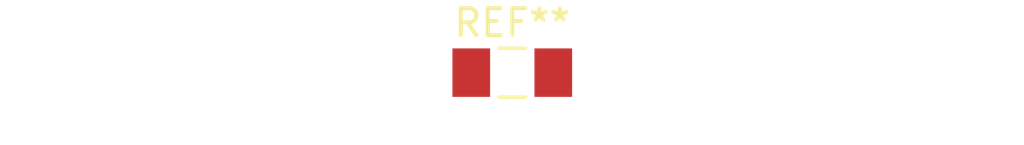
<source format=kicad_pcb>
(kicad_pcb (version 20190331) (host pcbnew "5.1.0-unknown-ca7aec2~82~ubuntu18.04.1")

  (general
    (thickness 1.6)
    (drawings 0)
    (tracks 0)
    (zones 0)
    (modules 1)
    (nets 1)
  )

  (page "A4")
  (layers
    (0 "F.Cu" signal)
    (31 "B.Cu" signal)
    (32 "B.Adhes" user)
    (33 "F.Adhes" user)
    (34 "B.Paste" user)
    (35 "F.Paste" user)
    (36 "B.SilkS" user)
    (37 "F.SilkS" user)
    (38 "B.Mask" user)
    (39 "F.Mask" user)
    (40 "Dwgs.User" user)
    (41 "Cmts.User" user)
    (42 "Eco1.User" user)
    (43 "Eco2.User" user)
    (44 "Edge.Cuts" user)
    (45 "Margin" user)
    (46 "B.CrtYd" user)
    (47 "F.CrtYd" user)
    (48 "B.Fab" user)
    (49 "F.Fab" user)
  )

  (setup
    (last_trace_width 0.254)
    (user_trace_width 0.1524)
    (user_trace_width 0.2)
    (user_trace_width 0.25)
    (user_trace_width 0.3)
    (user_trace_width 0.4)
    (user_trace_width 0.5)
    (user_trace_width 0.6)
    (user_trace_width 0.8)
    (user_trace_width 1)
    (user_trace_width 1.2)
    (user_trace_width 1.5)
    (user_trace_width 2)
    (trace_clearance 0.254)
    (zone_clearance 0.1524)
    (zone_45_only no)
    (trace_min 0.1524)
    (via_size 0.6858)
    (via_drill 0.3302)
    (via_min_size 0.6858)
    (via_min_drill 0.3302)
    (uvia_size 0.508)
    (uvia_drill 0.127)
    (uvias_allowed no)
    (uvia_min_size 0.508)
    (uvia_min_drill 0.127)
    (edge_width 0.127)
    (segment_width 0.127)
    (pcb_text_width 0.127)
    (pcb_text_size 0.6 0.6)
    (mod_edge_width 0.127)
    (mod_text_size 0.6 0.6)
    (mod_text_width 0.127)
    (pad_size 1.524 1.524)
    (pad_drill 0.762)
    (pad_to_mask_clearance 0.05)
    (pad_to_paste_clearance -0.04)
    (aux_axis_origin 0 0)
    (visible_elements FFFFFF7F)
    (pcbplotparams
      (layerselection 0x3ffff_80000001)
      (usegerberextensions true)
      (usegerberattributes true)
      (usegerberadvancedattributes false)
      (creategerberjobfile false)
      (excludeedgelayer true)
      (linewidth 0.127000)
      (plotframeref false)
      (viasonmask false)
      (mode 1)
      (useauxorigin false)
      (hpglpennumber 1)
      (hpglpenspeed 20)
      (hpglpendiameter 15.000000)
      (psnegative false)
      (psa4output false)
      (plotreference true)
      (plotvalue true)
      (plotinvisibletext false)
      (padsonsilk false)
      (subtractmaskfromsilk false)
      (outputformat 1)
      (mirror false)
      (drillshape 0)
      (scaleselection 1)
      (outputdirectory "CAM/"))
  )

  (net 0 "")

  (net_class "Default" "Dit is de standaard class."
    (clearance 0.254)
    (trace_width 0.254)
    (via_dia 0.6858)
    (via_drill 0.3302)
    (uvia_dia 0.508)
    (uvia_drill 0.127)
  )

  (net_class "0.2mm" ""
    (clearance 0.2)
    (trace_width 0.2)
    (via_dia 0.6858)
    (via_drill 0.3302)
    (uvia_dia 0.508)
    (uvia_drill 0.127)
  )

  (net_class "Minimal" ""
    (clearance 0.1524)
    (trace_width 0.1524)
    (via_dia 0.6858)
    (via_drill 0.3302)
    (uvia_dia 0.508)
    (uvia_drill 0.127)
  )

  (module "Capacitor_SMD:C_1206_3216Metric_Pad1.39x1.80mm_HandSolder" (layer "F.Cu") (tedit 5AC5DB74) (tstamp 5CB11AA3)
    (at 144.78 60.96)
    (descr "Capacitor SMD 1206 (3216 Metric), square (rectangular) end terminal, IPC_7351 nominal with elongated pad for handsoldering. (Body size source: http://www.tortai-tech.com/upload/download/2011102023233369053.pdf), generated with kicad-footprint-generator")
    (tags "capacitor handsolder")
    (attr smd)
    (fp_text reference "REF**" (at 0 -1.85) (layer "F.SilkS")
      (effects (font (size 1 1) (thickness 0.15)))
    )
    (fp_text value "C_1206_3216Metric_Pad1.39x1.80mm_HandSolder" (at 0 1.85) (layer "F.Fab")
      (effects (font (size 1 1) (thickness 0.15)))
    )
    (fp_text user "%R" (at 0 0) (layer "F.Fab")
      (effects (font (size 0.8 0.8) (thickness 0.12)))
    )
    (fp_line (start 2.46 1.15) (end -2.46 1.15) (layer "F.CrtYd") (width 0.05))
    (fp_line (start 2.46 -1.15) (end 2.46 1.15) (layer "F.CrtYd") (width 0.05))
    (fp_line (start -2.46 -1.15) (end 2.46 -1.15) (layer "F.CrtYd") (width 0.05))
    (fp_line (start -2.46 1.15) (end -2.46 -1.15) (layer "F.CrtYd") (width 0.05))
    (fp_line (start -0.5 0.91) (end 0.5 0.91) (layer "F.SilkS") (width 0.12))
    (fp_line (start -0.5 -0.91) (end 0.5 -0.91) (layer "F.SilkS") (width 0.12))
    (fp_line (start 1.6 0.8) (end -1.6 0.8) (layer "F.Fab") (width 0.1))
    (fp_line (start 1.6 -0.8) (end 1.6 0.8) (layer "F.Fab") (width 0.1))
    (fp_line (start -1.6 -0.8) (end 1.6 -0.8) (layer "F.Fab") (width 0.1))
    (fp_line (start -1.6 0.8) (end -1.6 -0.8) (layer "F.Fab") (width 0.1))
    (pad "2" smd rect (at 1.5175 0) (size 1.395 1.8) (layers "F.Cu" "F.Paste" "F.Mask"))
    (pad "1" smd rect (at -1.5175 0) (size 1.395 1.8) (layers "F.Cu" "F.Paste" "F.Mask"))
    (model "${KISYS3DMOD}/Capacitor_SMD.3dshapes/C_1206_3216Metric.wrl"
      (at (xyz 0 0 0))
      (scale (xyz 1 1 1))
      (rotate (xyz 0 0 0))
    )
  )

)

</source>
